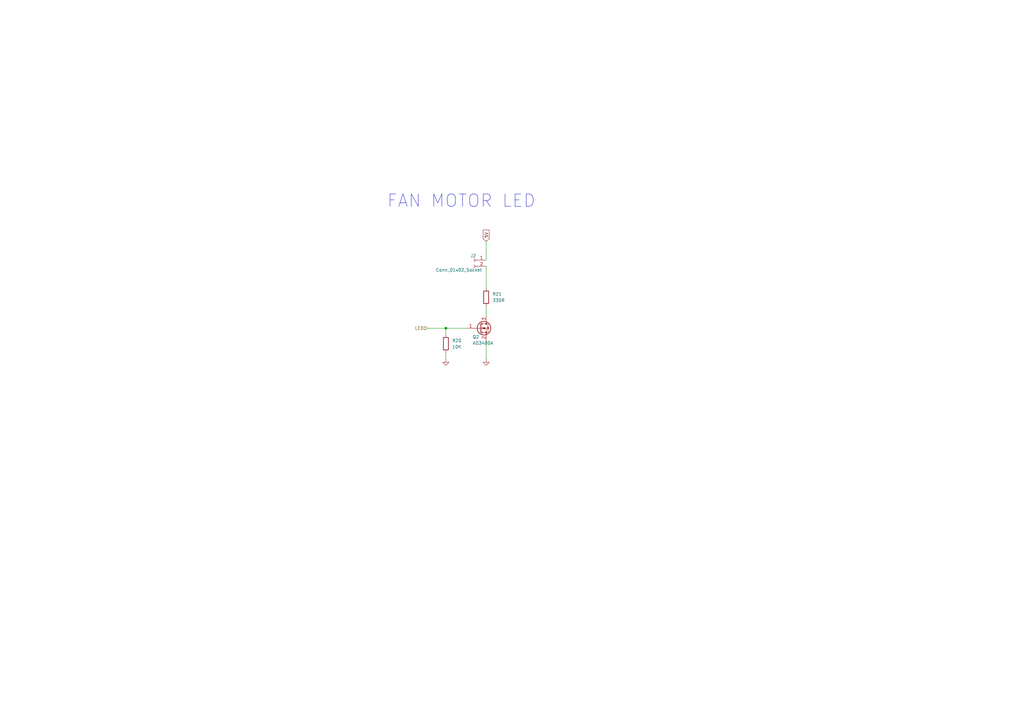
<source format=kicad_sch>
(kicad_sch (version 20250114) (generator "eeschema") (generator_version "9.0")
  (paper "A3")
  (title_block (title "Rabosa_Bot") (rev "1.0") (company "XorvaLabs"))
  (lib_symbols
    (symbol "Connector:Conn_01x02_Socket" (pin_names (offset 1.016) (hide yes))
      (property "Reference" "J" (at 0 2.54 0))
      (property "Value" "Conn_01x02_Socket" (at 0 -5.08 0))
      (symbol "Conn_01x02_Socket_1_1"
        (polyline (pts (xy -1.27 0) (xy -0.508 0)) (stroke (width 0.1524)))
        (polyline (pts (xy -1.27 -2.54) (xy -0.508 -2.54)) (stroke (width 0.1524)))
        (arc (start 0 -0.508) (mid -0.5058 0) (end 0 0.508) (stroke (width 0.1524)))
        (arc (start 0 -3.048) (mid -0.5058 -2.54) (end 0 -2.032) (stroke (width 0.1524)))
        (pin passive line (at -5.08 0 0) (length 3.81) (name "Pin_1") (number "1"))
        (pin passive line (at -5.08 -2.54 0) (length 3.81) (name "Pin_2") (number "2"))
      )
    )
    (symbol "Device:R" (pin_numbers (hide yes)) (pin_names (offset 0))
      (property "Reference" "R" (at 2.032 0 90))
      (property "Value" "R" (at 0 0 90))
      (symbol "R_0_1"
        (rectangle (start -1.016 -2.54) (end 1.016 2.54) (stroke (width 0.254)))
      )
      (symbol "R_1_1"
        (pin passive line (at 0 3.81 270) (length 1.27) (name "~") (number "1"))
        (pin passive line (at 0 -3.81 90) (length 1.27) (name "~") (number "2"))
      )
    )
    (symbol "Transistor_FET:AO3400A" (pin_names (hide yes))
      (property "Reference" "Q" (at 5.08 1.905 0))
      (property "Value" "AO3400A" (at 5.08 0 0))
      (symbol "AO3400A_0_1"
        (polyline (pts (xy 0.254 1.905) (xy 0.254 -1.905)) (stroke (width 0.254)))
        (polyline (pts (xy 0.254 0) (xy -2.54 0)))
        (polyline (pts (xy 0.762 2.286) (xy 0.762 1.27)) (stroke (width 0.254)))
        (polyline (pts (xy 0.762 0.508) (xy 0.762 -0.508)) (stroke (width 0.254)))
        (polyline (pts (xy 0.762 -1.27) (xy 0.762 -2.286)) (stroke (width 0.254)))
        (polyline (pts (xy 0.762 -1.778) (xy 3.302 -1.778) (xy 3.302 1.778) (xy 0.762 1.778)))
        (polyline (pts (xy 1.016 0) (xy 2.032 0.381) (xy 2.032 -0.381) (xy 1.016 0)) (fill (type outline)))
        (circle (center 1.651 0) (radius 2.794) (stroke (width 0.254)))
        (polyline (pts (xy 2.54 2.54) (xy 2.54 1.778)))
        (circle (center 2.54 1.778) (radius 0.254) (fill (type outline)))
        (circle (center 2.54 -1.778) (radius 0.254) (fill (type outline)))
        (polyline (pts (xy 2.54 -2.54) (xy 2.54 0) (xy 0.762 0)))
        (polyline (pts (xy 2.794 0.508) (xy 2.921 0.381) (xy 3.683 0.381) (xy 3.81 0.254)))
        (polyline (pts (xy 3.302 0.381) (xy 2.921 -0.254) (xy 3.683 -0.254) (xy 3.302 0.381)))
      )
      (symbol "AO3400A_1_1"
        (pin input line (at -5.08 0 0) (length 2.54) (name "G") (number "1"))
        (pin passive line (at 2.54 5.08 270) (length 2.54) (name "D") (number "3"))
        (pin passive line (at 2.54 -5.08 90) (length 2.54) (name "S") (number "2"))
      )
    )
    (symbol "power:GND" (power) (pin_numbers (hide yes)) (pin_names (offset 0) (hide yes))
      (property "Value" "GND" (at 0 -3.81 0))
      (symbol "GND_0_1"
        (polyline (pts (xy 0 0) (xy 0 -1.27) (xy 1.27 -1.27) (xy 0 -2.54) (xy -1.27 -1.27) (xy 0 -1.27)))
      )
      (symbol "GND_1_1"
        (pin power_in line (at 0 0 270) (length 0) (name "~") (number "1"))
      )
    )
  )
  (text "FAN MOTOR LED" (at 189.23 82.55 0) (effects (font (size 5.08 5.08))))
  (junction (at 182.88 134.62))
  (wire (pts (xy 199.39 139.7) (xy 199.39 147.32)))
  (wire (pts (xy 175.26 134.62) (xy 182.88 134.62)))
  (wire (pts (xy 199.39 125.73) (xy 199.39 129.54)))
  (wire (pts (xy 199.39 99.06) (xy 199.39 106.68)))
  (wire (pts (xy 199.39 109.22) (xy 199.39 118.11)))
  (wire (pts (xy 182.88 134.62) (xy 182.88 137.16)))
  (wire (pts (xy 182.88 134.62) (xy 191.77 134.62)))
  (wire (pts (xy 182.88 144.78) (xy 182.88 147.32)))
  (global_label "5V" (shape input) (at 199.39 99.06 90) (property "Intersheetrefs" "${INTERSHEET_REFS}" (effects (hide yes))))
  (hierarchical_label "LED" (shape input) (at 175.26 134.62 180))
  (symbol (lib_id "Device:R") (at 182.88 140.97 0) (unit 1)
    (property "Reference" "R20" (at 185.42 139.6999 0) (effects (justify left)))
    (property "Value" "10K" (at 185.42 142.2399 0) (effects (justify left)))
    (property "Footprint" "Resistor_SMD:R_0201_0603Metric" (effects (hide yes)))
    (property "Description" "Resistor" (effects (hide yes)))
    (property "JLCPCB Part #" "C174175" (effects (hide yes)))
  )
  (symbol (lib_id "power:GND") (at 182.88 147.32 0) (unit 1)
    (property "Reference" "#PWR044" (effects (hide yes)))
    (property "Value" "GND" (effects (hide yes)))
    (property "Description" "Power symbol creates a global label with name \"GND\" , ground" (effects (hide yes)))
  )
  (symbol (lib_id "Device:R") (at 199.39 121.92 0) (unit 1)
    (property "Reference" "R21" (at 201.93 120.6499 0) (effects (justify left)))
    (property "Value" "330R" (at 201.93 123.1899 0) (effects (justify left)))
    (property "Footprint" "Resistor_SMD:R_0201_0603Metric" (effects (hide yes)))
    (property "Description" "Resistor" (effects (hide yes)))
    (property "JLCPCB Part #" "C177341" (effects (hide yes)))
  )
  (symbol (lib_id "Transistor_FET:AO3400A") (at 196.85 134.62 0) (unit 1)
    (property "Reference" "Q2" (at 193.802 138.176 0) (effects (justify left)))
    (property "Value" "AO3400A" (at 193.802 140.716 0) (effects (justify left)))
    (property "Footprint" "Package_TO_SOT_SMD:SOT-23" (effects (hide yes)))
    (property "Datasheet" "http://www.aosmd.com/pdfs/datasheet/AO3400A.pdf" (effects (hide yes)))
    (property "Description" "30V Vds, 5.7A Id, N-Channel MOSFET, SOT-23" (effects (hide yes)))
    (property "Link compra" "https://www.digikey.es/es/products/detail/alpha-omega-semiconductor-inc/AO3400A/1855772" (effects (hide yes)))
    (property "JLCPCB Part #" "C20917" (effects (hide yes)))
  )
  (symbol (lib_id "Connector:Conn_01x02_Socket") (at 194.31 106.68 0) (mirror y) (unit 1)
    (property "Reference" "J2" (at 194.056 104.902 0))
    (property "Value" "Conn_01x02_Socket" (at 188.214 110.744 0))
    (property "Footprint" "Connector_PinSocket_2.54mm:PinSocket_1x02_P2.54mm_Vertical" (effects (hide yes)))
    (property "Description" "Generic connector, single row, 01x02, script generated" (effects (hide yes)))
  )
  (symbol (lib_id "power:GND") (at 199.39 147.32 0) (unit 1)
    (property "Reference" "#PWR045" (effects (hide yes)))
    (property "Value" "GND" (effects (hide yes)))
    (property "Description" "Power symbol creates a global label with name \"GND\" , ground" (effects (hide yes)))
  )
)
</source>
